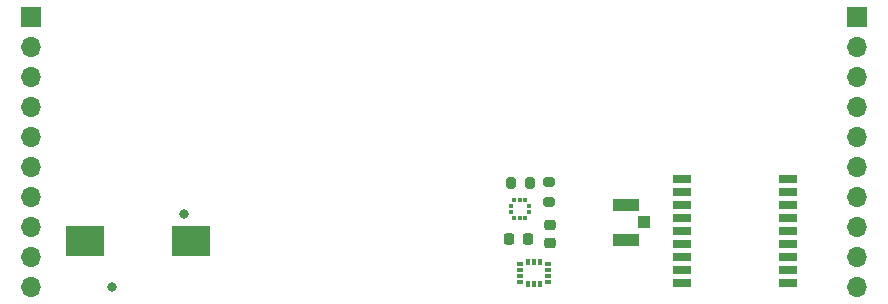
<source format=gbr>
%TF.GenerationSoftware,KiCad,Pcbnew,7.99.0-unknown-70ffd971e3~172~ubuntu22.04.1*%
%TF.CreationDate,2023-07-10T18:43:01-05:00*%
%TF.ProjectId,beepsensors,62656570-7365-46e7-936f-72732e6b6963,-*%
%TF.SameCoordinates,Original*%
%TF.FileFunction,Soldermask,Top*%
%TF.FilePolarity,Negative*%
%FSLAX46Y46*%
G04 Gerber Fmt 4.6, Leading zero omitted, Abs format (unit mm)*
G04 Created by KiCad (PCBNEW 7.99.0-unknown-70ffd971e3~172~ubuntu22.04.1) date 2023-07-10 18:43:01*
%MOMM*%
%LPD*%
G01*
G04 APERTURE LIST*
G04 Aperture macros list*
%AMRoundRect*
0 Rectangle with rounded corners*
0 $1 Rounding radius*
0 $2 $3 $4 $5 $6 $7 $8 $9 X,Y pos of 4 corners*
0 Add a 4 corners polygon primitive as box body*
4,1,4,$2,$3,$4,$5,$6,$7,$8,$9,$2,$3,0*
0 Add four circle primitives for the rounded corners*
1,1,$1+$1,$2,$3*
1,1,$1+$1,$4,$5*
1,1,$1+$1,$6,$7*
1,1,$1+$1,$8,$9*
0 Add four rect primitives between the rounded corners*
20,1,$1+$1,$2,$3,$4,$5,0*
20,1,$1+$1,$4,$5,$6,$7,0*
20,1,$1+$1,$6,$7,$8,$9,0*
20,1,$1+$1,$8,$9,$2,$3,0*%
G04 Aperture macros list end*
%ADD10R,1.700000X1.700000*%
%ADD11O,1.700000X1.700000*%
%ADD12C,0.800000*%
%ADD13R,3.200000X2.500000*%
%ADD14RoundRect,0.225000X-0.225000X-0.250000X0.225000X-0.250000X0.225000X0.250000X-0.225000X0.250000X0*%
%ADD15R,1.050000X1.000000*%
%ADD16R,2.200000X1.050000*%
%ADD17R,1.500000X0.800000*%
%ADD18RoundRect,0.225000X0.250000X-0.225000X0.250000X0.225000X-0.250000X0.225000X-0.250000X-0.225000X0*%
%ADD19RoundRect,0.200000X0.200000X0.275000X-0.200000X0.275000X-0.200000X-0.275000X0.200000X-0.275000X0*%
%ADD20R,0.350000X0.380000*%
%ADD21R,0.580000X0.350000*%
%ADD22R,0.350000X0.580000*%
%ADD23RoundRect,0.200000X-0.275000X0.200000X-0.275000X-0.200000X0.275000X-0.200000X0.275000X0.200000X0*%
G04 APERTURE END LIST*
D10*
%TO.C,J1*%
X128410000Y-86260000D03*
D11*
X128410000Y-88800000D03*
X128410000Y-91340000D03*
X128410000Y-93880000D03*
X128410000Y-96420000D03*
X128410000Y-98960000D03*
X128410000Y-101500000D03*
X128410000Y-104040000D03*
X128410000Y-106580000D03*
X128410000Y-109120000D03*
%TD*%
D12*
%TO.C,BUZZER1*%
X135230000Y-109136331D03*
X141377000Y-102989331D03*
D13*
X141980000Y-105239331D03*
X132980000Y-105239331D03*
%TD*%
D14*
%TO.C,C1*%
X168905000Y-105050000D03*
X170455000Y-105050000D03*
%TD*%
D15*
%TO.C,J3*%
X180325000Y-103650000D03*
D16*
X178800000Y-105125000D03*
X178800000Y-102175000D03*
%TD*%
D17*
%TO.C,U1*%
X192520000Y-108810750D03*
X192520000Y-107710750D03*
X192520000Y-106610750D03*
X192520000Y-105510750D03*
X192520000Y-104410750D03*
X192520000Y-103310750D03*
X192520000Y-102210750D03*
X192520000Y-101110750D03*
X192520000Y-100010750D03*
X183520000Y-100010750D03*
X183520000Y-101110750D03*
X183520000Y-102210750D03*
X183520000Y-103310750D03*
X183520000Y-104410750D03*
X183520000Y-105510750D03*
X183520000Y-106610750D03*
X183520000Y-107710750D03*
X183520000Y-108810750D03*
%TD*%
D18*
%TO.C,C2*%
X172340000Y-105455000D03*
X172340000Y-103905000D03*
%TD*%
D19*
%TO.C,R3*%
X170645000Y-100300000D03*
X168995000Y-100300000D03*
%TD*%
D20*
%TO.C,U3*%
X170522500Y-102760000D03*
X170522500Y-102260000D03*
X170257500Y-101745000D03*
X169757500Y-101745000D03*
X169257500Y-101745000D03*
X168992500Y-102260000D03*
X168992500Y-102760000D03*
X169257500Y-103275000D03*
X169757500Y-103275000D03*
X170257500Y-103275000D03*
%TD*%
D21*
%TO.C,U2*%
X169810000Y-107190000D03*
X169810000Y-107690000D03*
X169810000Y-108190000D03*
X169810000Y-108690000D03*
D22*
X170470000Y-108850000D03*
X170970000Y-108850000D03*
X171470000Y-108850000D03*
D21*
X172130000Y-108690000D03*
X172130000Y-108190000D03*
X172130000Y-107690000D03*
X172130000Y-107190000D03*
D22*
X171470000Y-107030000D03*
X170970000Y-107030000D03*
X170470000Y-107030000D03*
%TD*%
D10*
%TO.C,J2*%
X198310000Y-86260000D03*
D11*
X198310000Y-88800000D03*
X198310000Y-91340000D03*
X198310000Y-93880000D03*
X198310000Y-96420000D03*
X198310000Y-98960000D03*
X198310000Y-101500000D03*
X198310000Y-104040000D03*
X198310000Y-106580000D03*
X198310000Y-109120000D03*
%TD*%
D23*
%TO.C,R4*%
X172220000Y-100285000D03*
X172220000Y-101935000D03*
%TD*%
M02*

</source>
